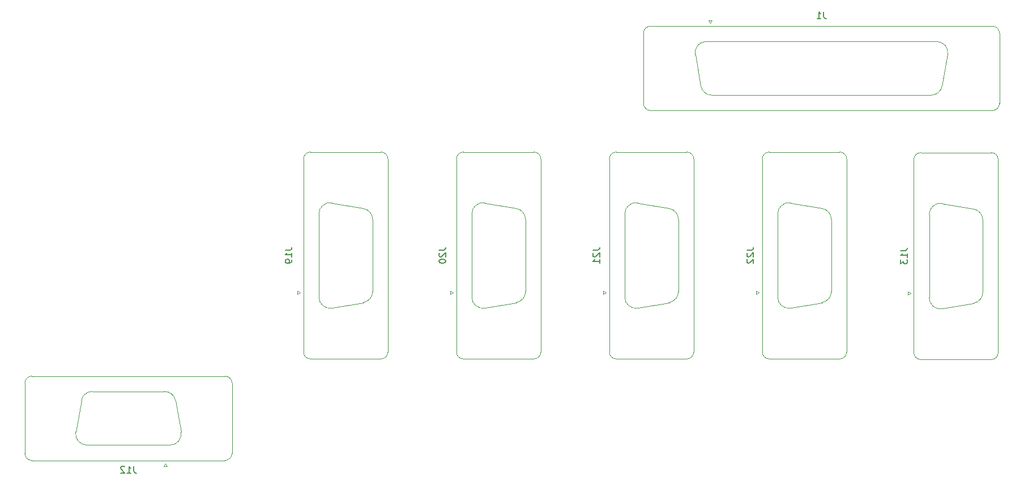
<source format=gbo>
G04 #@! TF.GenerationSoftware,KiCad,Pcbnew,(6.0.1-0)*
G04 #@! TF.CreationDate,2022-02-10T20:32:20-06:00*
G04 #@! TF.ProjectId,Input Board,496e7075-7420-4426-9f61-72642e6b6963,B*
G04 #@! TF.SameCoordinates,Original*
G04 #@! TF.FileFunction,Legend,Bot*
G04 #@! TF.FilePolarity,Positive*
%FSLAX46Y46*%
G04 Gerber Fmt 4.6, Leading zero omitted, Abs format (unit mm)*
G04 Created by KiCad (PCBNEW (6.0.1-0)) date 2022-02-10 20:32:20*
%MOMM*%
%LPD*%
G01*
G04 APERTURE LIST*
G04 Aperture macros list*
%AMRoundRect*
0 Rectangle with rounded corners*
0 $1 Rounding radius*
0 $2 $3 $4 $5 $6 $7 $8 $9 X,Y pos of 4 corners*
0 Add a 4 corners polygon primitive as box body*
4,1,4,$2,$3,$4,$5,$6,$7,$8,$9,$2,$3,0*
0 Add four circle primitives for the rounded corners*
1,1,$1+$1,$2,$3*
1,1,$1+$1,$4,$5*
1,1,$1+$1,$6,$7*
1,1,$1+$1,$8,$9*
0 Add four rect primitives between the rounded corners*
20,1,$1+$1,$2,$3,$4,$5,0*
20,1,$1+$1,$4,$5,$6,$7,0*
20,1,$1+$1,$6,$7,$8,$9,0*
20,1,$1+$1,$8,$9,$2,$3,0*%
G04 Aperture macros list end*
%ADD10C,0.150000*%
%ADD11C,0.120000*%
%ADD12R,2.600000X2.600000*%
%ADD13C,2.600000*%
%ADD14R,1.700000X1.700000*%
%ADD15O,1.700000X1.700000*%
%ADD16R,3.500000X3.500000*%
%ADD17RoundRect,0.750000X-0.750000X-1.000000X0.750000X-1.000000X0.750000X1.000000X-0.750000X1.000000X0*%
%ADD18RoundRect,0.875000X-0.875000X-0.875000X0.875000X-0.875000X0.875000X0.875000X-0.875000X0.875000X0*%
%ADD19C,1.200000*%
%ADD20O,2.500000X1.800000*%
%ADD21O,1.800000X2.500000*%
%ADD22C,4.000000*%
%ADD23R,1.600000X1.600000*%
%ADD24C,1.600000*%
%ADD25R,1.980000X1.980000*%
%ADD26C,1.980000*%
%ADD27C,1.935000*%
%ADD28C,2.400000*%
%ADD29O,2.400000X2.400000*%
%ADD30C,3.200000*%
%ADD31C,2.489200*%
%ADD32R,1.500000X1.500000*%
%ADD33C,1.500000*%
G04 APERTURE END LIST*
D10*
X176952380Y-87110476D02*
X177666666Y-87110476D01*
X177809523Y-87062857D01*
X177904761Y-86967619D01*
X177952380Y-86824761D01*
X177952380Y-86729523D01*
X177047619Y-87539047D02*
X177000000Y-87586666D01*
X176952380Y-87681904D01*
X176952380Y-87920000D01*
X177000000Y-88015238D01*
X177047619Y-88062857D01*
X177142857Y-88110476D01*
X177238095Y-88110476D01*
X177380952Y-88062857D01*
X177952380Y-87491428D01*
X177952380Y-88110476D01*
X177047619Y-88491428D02*
X177000000Y-88539047D01*
X176952380Y-88634285D01*
X176952380Y-88872380D01*
X177000000Y-88967619D01*
X177047619Y-89015238D01*
X177142857Y-89062857D01*
X177238095Y-89062857D01*
X177380952Y-89015238D01*
X177952380Y-88443809D01*
X177952380Y-89062857D01*
X188453333Y-51452380D02*
X188453333Y-52166666D01*
X188500952Y-52309523D01*
X188596190Y-52404761D01*
X188739047Y-52452380D01*
X188834285Y-52452380D01*
X187453333Y-52452380D02*
X188024761Y-52452380D01*
X187739047Y-52452380D02*
X187739047Y-51452380D01*
X187834285Y-51595238D01*
X187929523Y-51690476D01*
X188024761Y-51738095D01*
X199952380Y-87190476D02*
X200666666Y-87190476D01*
X200809523Y-87142857D01*
X200904761Y-87047619D01*
X200952380Y-86904761D01*
X200952380Y-86809523D01*
X200952380Y-88190476D02*
X200952380Y-87619047D01*
X200952380Y-87904761D02*
X199952380Y-87904761D01*
X200095238Y-87809523D01*
X200190476Y-87714285D01*
X200238095Y-87619047D01*
X199952380Y-88523809D02*
X199952380Y-89142857D01*
X200333333Y-88809523D01*
X200333333Y-88952380D01*
X200380952Y-89047619D01*
X200428571Y-89095238D01*
X200523809Y-89142857D01*
X200761904Y-89142857D01*
X200857142Y-89095238D01*
X200904761Y-89047619D01*
X200952380Y-88952380D01*
X200952380Y-88666666D01*
X200904761Y-88571428D01*
X200857142Y-88523809D01*
X85309523Y-119452380D02*
X85309523Y-120166666D01*
X85357142Y-120309523D01*
X85452380Y-120404761D01*
X85595238Y-120452380D01*
X85690476Y-120452380D01*
X84309523Y-120452380D02*
X84880952Y-120452380D01*
X84595238Y-120452380D02*
X84595238Y-119452380D01*
X84690476Y-119595238D01*
X84785714Y-119690476D01*
X84880952Y-119738095D01*
X83928571Y-119547619D02*
X83880952Y-119500000D01*
X83785714Y-119452380D01*
X83547619Y-119452380D01*
X83452380Y-119500000D01*
X83404761Y-119547619D01*
X83357142Y-119642857D01*
X83357142Y-119738095D01*
X83404761Y-119880952D01*
X83976190Y-120452380D01*
X83357142Y-120452380D01*
X153952380Y-87110476D02*
X154666666Y-87110476D01*
X154809523Y-87062857D01*
X154904761Y-86967619D01*
X154952380Y-86824761D01*
X154952380Y-86729523D01*
X154047619Y-87539047D02*
X154000000Y-87586666D01*
X153952380Y-87681904D01*
X153952380Y-87920000D01*
X154000000Y-88015238D01*
X154047619Y-88062857D01*
X154142857Y-88110476D01*
X154238095Y-88110476D01*
X154380952Y-88062857D01*
X154952380Y-87491428D01*
X154952380Y-88110476D01*
X154952380Y-89062857D02*
X154952380Y-88491428D01*
X154952380Y-88777142D02*
X153952380Y-88777142D01*
X154095238Y-88681904D01*
X154190476Y-88586666D01*
X154238095Y-88491428D01*
X130952380Y-87110476D02*
X131666666Y-87110476D01*
X131809523Y-87062857D01*
X131904761Y-86967619D01*
X131952380Y-86824761D01*
X131952380Y-86729523D01*
X131047619Y-87539047D02*
X131000000Y-87586666D01*
X130952380Y-87681904D01*
X130952380Y-87920000D01*
X131000000Y-88015238D01*
X131047619Y-88062857D01*
X131142857Y-88110476D01*
X131238095Y-88110476D01*
X131380952Y-88062857D01*
X131952380Y-87491428D01*
X131952380Y-88110476D01*
X130952380Y-88729523D02*
X130952380Y-88824761D01*
X131000000Y-88920000D01*
X131047619Y-88967619D01*
X131142857Y-89015238D01*
X131333333Y-89062857D01*
X131571428Y-89062857D01*
X131761904Y-89015238D01*
X131857142Y-88967619D01*
X131904761Y-88920000D01*
X131952380Y-88824761D01*
X131952380Y-88729523D01*
X131904761Y-88634285D01*
X131857142Y-88586666D01*
X131761904Y-88539047D01*
X131571428Y-88491428D01*
X131333333Y-88491428D01*
X131142857Y-88539047D01*
X131047619Y-88586666D01*
X131000000Y-88634285D01*
X130952380Y-88729523D01*
X107952380Y-87110476D02*
X108666666Y-87110476D01*
X108809523Y-87062857D01*
X108904761Y-86967619D01*
X108952380Y-86824761D01*
X108952380Y-86729523D01*
X108952380Y-88110476D02*
X108952380Y-87539047D01*
X108952380Y-87824761D02*
X107952380Y-87824761D01*
X108095238Y-87729523D01*
X108190476Y-87634285D01*
X108238095Y-87539047D01*
X108952380Y-88586666D02*
X108952380Y-88777142D01*
X108904761Y-88872380D01*
X108857142Y-88920000D01*
X108714285Y-89015238D01*
X108523809Y-89062857D01*
X108142857Y-89062857D01*
X108047619Y-89015238D01*
X108000000Y-88967619D01*
X107952380Y-88872380D01*
X107952380Y-88681904D01*
X108000000Y-88586666D01*
X108047619Y-88539047D01*
X108142857Y-88491428D01*
X108380952Y-88491428D01*
X108476190Y-88539047D01*
X108523809Y-88586666D01*
X108571428Y-88681904D01*
X108571428Y-88872380D01*
X108523809Y-88967619D01*
X108476190Y-89015238D01*
X108380952Y-89062857D01*
D11*
X190830000Y-72435000D02*
X180330000Y-72435000D01*
X183518256Y-95786470D02*
X188218256Y-94957733D01*
X191890000Y-102345000D02*
X191890000Y-73495000D01*
X181570000Y-81688311D02*
X181570000Y-94151689D01*
X180330000Y-103405000D02*
X190830000Y-103405000D01*
X178808675Y-93460000D02*
X178375662Y-93210000D01*
X179270000Y-73495000D02*
X179270000Y-102345000D01*
X178375662Y-93710000D02*
X178808675Y-93460000D01*
X178375662Y-93210000D02*
X178375662Y-93710000D01*
X189590000Y-82517048D02*
X189590000Y-93322952D01*
X183518256Y-80053530D02*
X188218256Y-80882267D01*
X179270000Y-102345000D02*
G75*
G03*
X180330000Y-103405000I1060001J1D01*
G01*
X181570000Y-94151689D02*
G75*
G03*
X183518256Y-95786470I1659999J-1D01*
G01*
X180330000Y-72435000D02*
G75*
G03*
X179270000Y-73495000I1J-1060001D01*
G01*
X191890000Y-73495000D02*
G75*
G03*
X190830000Y-72435000I-1060001J-1D01*
G01*
X190830000Y-103405000D02*
G75*
G03*
X191890000Y-102345000I-1J1060001D01*
G01*
X183518256Y-80053530D02*
G75*
G03*
X181570000Y-81688311I-288256J-1634781D01*
G01*
X189590000Y-82517048D02*
G75*
G03*
X188218256Y-80882267I-1659999J1D01*
G01*
X188218256Y-94957733D02*
G75*
G03*
X189590000Y-93322952I-288255J1634780D01*
G01*
X162570000Y-66230000D02*
X213670000Y-66230000D01*
X171250000Y-52715662D02*
X171500000Y-53148675D01*
X161510000Y-54670000D02*
X161510000Y-65170000D01*
X205351689Y-55910000D02*
X170888311Y-55910000D01*
X204522952Y-63930000D02*
X171717048Y-63930000D01*
X171750000Y-52715662D02*
X171250000Y-52715662D01*
X214730000Y-65170000D02*
X214730000Y-54670000D01*
X206986470Y-57858256D02*
X206157733Y-62558256D01*
X171500000Y-53148675D02*
X171750000Y-52715662D01*
X213670000Y-53610000D02*
X162570000Y-53610000D01*
X169253530Y-57858256D02*
X170082267Y-62558256D01*
X206986470Y-57858256D02*
G75*
G03*
X205351689Y-55910000I-1634781J288256D01*
G01*
X170082267Y-62558256D02*
G75*
G03*
X171717048Y-63930000I1634780J288255D01*
G01*
X161510000Y-65170000D02*
G75*
G03*
X162570000Y-66230000I1060001J1D01*
G01*
X162570000Y-53610000D02*
G75*
G03*
X161510000Y-54670000I1J-1060001D01*
G01*
X213670000Y-66230000D02*
G75*
G03*
X214730000Y-65170000I-1J1060001D01*
G01*
X214730000Y-54670000D02*
G75*
G03*
X213670000Y-53610000I-1060001J-1D01*
G01*
X204522952Y-63930000D02*
G75*
G03*
X206157733Y-62558256I1J1659999D01*
G01*
X170888311Y-55910000D02*
G75*
G03*
X169253530Y-57858256I-1J-1659999D01*
G01*
X213479669Y-72525000D02*
X202979669Y-72525000D01*
X201919669Y-73585000D02*
X201919669Y-102435000D01*
X202979669Y-103495000D02*
X213479669Y-103495000D01*
X212239669Y-82607048D02*
X212239669Y-93412952D01*
X201458344Y-93550000D02*
X201025331Y-93300000D01*
X201025331Y-93800000D02*
X201458344Y-93550000D01*
X206167925Y-80143530D02*
X210867925Y-80972267D01*
X206167925Y-95876470D02*
X210867925Y-95047733D01*
X214539669Y-102435000D02*
X214539669Y-73585000D01*
X204219669Y-81778311D02*
X204219669Y-94241689D01*
X201025331Y-93300000D02*
X201025331Y-93800000D01*
X210867925Y-95047733D02*
G75*
G03*
X212239669Y-93412952I-288255J1634780D01*
G01*
X202979669Y-72525000D02*
G75*
G03*
X201919669Y-73585000I1J-1060001D01*
G01*
X206167925Y-80143530D02*
G75*
G03*
X204219669Y-81778311I-288256J-1634781D01*
G01*
X214539669Y-73585000D02*
G75*
G03*
X213479669Y-72525000I-1060001J-1D01*
G01*
X212239669Y-82607048D02*
G75*
G03*
X210867925Y-80972267I-1659999J1D01*
G01*
X204219669Y-94241689D02*
G75*
G03*
X206167925Y-95876470I1659999J-1D01*
G01*
X213479669Y-103495000D02*
G75*
G03*
X214539669Y-102435000I-1J1060001D01*
G01*
X201919669Y-102435000D02*
G75*
G03*
X202979669Y-103495000I1060001J1D01*
G01*
X92376470Y-114332075D02*
X91547733Y-109632075D01*
X70085000Y-118580331D02*
X98935000Y-118580331D01*
X78278311Y-116280331D02*
X90741689Y-116280331D01*
X69025000Y-107020331D02*
X69025000Y-117520331D01*
X90050000Y-119041656D02*
X89800000Y-119474669D01*
X89800000Y-119474669D02*
X90300000Y-119474669D01*
X99995000Y-117520331D02*
X99995000Y-107020331D01*
X76643530Y-114332075D02*
X77472267Y-109632075D01*
X79107048Y-108260331D02*
X89912952Y-108260331D01*
X98935000Y-105960331D02*
X70085000Y-105960331D01*
X90300000Y-119474669D02*
X90050000Y-119041656D01*
X70085000Y-105960331D02*
G75*
G03*
X69025000Y-107020331I1J-1060001D01*
G01*
X69025000Y-117520331D02*
G75*
G03*
X70085000Y-118580331I1060001J1D01*
G01*
X76643530Y-114332075D02*
G75*
G03*
X78278311Y-116280331I1634781J-288256D01*
G01*
X90741689Y-116280331D02*
G75*
G03*
X92376470Y-114332075I1J1659999D01*
G01*
X79107048Y-108260331D02*
G75*
G03*
X77472267Y-109632075I-1J-1659999D01*
G01*
X99995000Y-107020331D02*
G75*
G03*
X98935000Y-105960331I-1060001J-1D01*
G01*
X91547733Y-109632075D02*
G75*
G03*
X89912952Y-108260331I-1634780J-288255D01*
G01*
X98935000Y-118580331D02*
G75*
G03*
X99995000Y-117520331I-1J1060001D01*
G01*
X155948675Y-93460000D02*
X155515662Y-93210000D01*
X166730000Y-82517048D02*
X166730000Y-93322952D01*
X167970000Y-72435000D02*
X157470000Y-72435000D01*
X160658256Y-95786470D02*
X165358256Y-94957733D01*
X155515662Y-93710000D02*
X155948675Y-93460000D01*
X160658256Y-80053530D02*
X165358256Y-80882267D01*
X157470000Y-103405000D02*
X167970000Y-103405000D01*
X158710000Y-81688311D02*
X158710000Y-94151689D01*
X155515662Y-93210000D02*
X155515662Y-93710000D01*
X169030000Y-102345000D02*
X169030000Y-73495000D01*
X156410000Y-73495000D02*
X156410000Y-102345000D01*
X167970000Y-103405000D02*
G75*
G03*
X169030000Y-102345000I-1J1060001D01*
G01*
X158710000Y-94151689D02*
G75*
G03*
X160658256Y-95786470I1659999J-1D01*
G01*
X169030000Y-73495000D02*
G75*
G03*
X167970000Y-72435000I-1060001J-1D01*
G01*
X166730000Y-82517048D02*
G75*
G03*
X165358256Y-80882267I-1659999J1D01*
G01*
X157470000Y-72435000D02*
G75*
G03*
X156410000Y-73495000I1J-1060001D01*
G01*
X165358256Y-94957733D02*
G75*
G03*
X166730000Y-93322952I-288255J1634780D01*
G01*
X160658256Y-80053530D02*
G75*
G03*
X158710000Y-81688311I-288256J-1634781D01*
G01*
X156410000Y-102345000D02*
G75*
G03*
X157470000Y-103405000I1060001J1D01*
G01*
X137798256Y-80053530D02*
X142498256Y-80882267D01*
X132655662Y-93210000D02*
X132655662Y-93710000D01*
X134610000Y-103405000D02*
X145110000Y-103405000D01*
X132655662Y-93710000D02*
X133088675Y-93460000D01*
X133088675Y-93460000D02*
X132655662Y-93210000D01*
X137798256Y-95786470D02*
X142498256Y-94957733D01*
X145110000Y-72435000D02*
X134610000Y-72435000D01*
X146170000Y-102345000D02*
X146170000Y-73495000D01*
X133550000Y-73495000D02*
X133550000Y-102345000D01*
X143870000Y-82517048D02*
X143870000Y-93322952D01*
X135850000Y-81688311D02*
X135850000Y-94151689D01*
X135850000Y-94151689D02*
G75*
G03*
X137798256Y-95786470I1659999J-1D01*
G01*
X142498256Y-94957733D02*
G75*
G03*
X143870000Y-93322952I-288255J1634780D01*
G01*
X134610000Y-72435000D02*
G75*
G03*
X133550000Y-73495000I1J-1060001D01*
G01*
X137798256Y-80053530D02*
G75*
G03*
X135850000Y-81688311I-288256J-1634781D01*
G01*
X133550000Y-102345000D02*
G75*
G03*
X134610000Y-103405000I1060001J1D01*
G01*
X146170000Y-73495000D02*
G75*
G03*
X145110000Y-72435000I-1060001J-1D01*
G01*
X145110000Y-103405000D02*
G75*
G03*
X146170000Y-102345000I-1J1060001D01*
G01*
X143870000Y-82517048D02*
G75*
G03*
X142498256Y-80882267I-1659999J1D01*
G01*
X123310000Y-102345000D02*
X123310000Y-73495000D01*
X109795662Y-93710000D02*
X110228675Y-93460000D01*
X110228675Y-93460000D02*
X109795662Y-93210000D01*
X122250000Y-72435000D02*
X111750000Y-72435000D01*
X112990000Y-81688311D02*
X112990000Y-94151689D01*
X111750000Y-103405000D02*
X122250000Y-103405000D01*
X109795662Y-93210000D02*
X109795662Y-93710000D01*
X114938256Y-95786470D02*
X119638256Y-94957733D01*
X121010000Y-82517048D02*
X121010000Y-93322952D01*
X110690000Y-73495000D02*
X110690000Y-102345000D01*
X114938256Y-80053530D02*
X119638256Y-80882267D01*
X114938256Y-80053530D02*
G75*
G03*
X112990000Y-81688311I-288256J-1634781D01*
G01*
X112990000Y-94151689D02*
G75*
G03*
X114938256Y-95786470I1659999J-1D01*
G01*
X111750000Y-72435000D02*
G75*
G03*
X110690000Y-73495000I1J-1060001D01*
G01*
X123310000Y-73495000D02*
G75*
G03*
X122250000Y-72435000I-1060001J-1D01*
G01*
X121010000Y-82517048D02*
G75*
G03*
X119638256Y-80882267I-1659999J1D01*
G01*
X122250000Y-103405000D02*
G75*
G03*
X123310000Y-102345000I-1J1060001D01*
G01*
X119638256Y-94957733D02*
G75*
G03*
X121010000Y-93322952I-288255J1634780D01*
G01*
X110690000Y-102345000D02*
G75*
G03*
X111750000Y-103405000I1060001J1D01*
G01*
%LPC*%
D12*
X93000000Y-45500000D03*
D13*
X88000000Y-45500000D03*
X83000000Y-45500000D03*
X78000000Y-45500000D03*
D14*
X72500000Y-70275000D03*
D15*
X72500000Y-67735000D03*
D16*
X66000000Y-58042500D03*
D17*
X60000000Y-58042500D03*
D18*
X63000000Y-62742500D03*
D19*
X228500000Y-109000000D03*
X223500000Y-114000000D03*
X231000000Y-119000000D03*
X231000000Y-109000000D03*
X228500000Y-119000000D03*
D20*
X223500000Y-119000000D03*
D21*
X228500000Y-114000000D03*
D20*
X223500000Y-109000000D03*
D14*
X72500000Y-57275000D03*
D15*
X72500000Y-54735000D03*
D22*
X72010000Y-128389669D03*
X97010000Y-128389669D03*
D23*
X90050000Y-126969669D03*
D24*
X87280000Y-126969669D03*
X84510000Y-126969669D03*
X81740000Y-126969669D03*
X78970000Y-126969669D03*
X88665000Y-129809669D03*
X85895000Y-129809669D03*
X83125000Y-129809669D03*
X80355000Y-129809669D03*
D14*
X72500000Y-96275000D03*
D15*
X72500000Y-93735000D03*
D16*
X66000000Y-97042500D03*
D17*
X60000000Y-97042500D03*
D18*
X63000000Y-101742500D03*
D25*
X107900000Y-55000000D03*
D26*
X107900000Y-67000000D03*
D27*
X105900000Y-61000000D03*
D26*
X120100000Y-55000000D03*
X120100000Y-67000000D03*
D16*
X66000000Y-71042500D03*
D17*
X60000000Y-71042500D03*
D18*
X63000000Y-75742500D03*
D28*
X128280000Y-96000000D03*
D29*
X128280000Y-80760000D03*
D30*
X58000000Y-134000000D03*
D14*
X72500000Y-83275000D03*
D15*
X72500000Y-80735000D03*
D28*
X105420000Y-96000000D03*
D29*
X105420000Y-80760000D03*
D25*
X82000000Y-55000000D03*
D26*
X82000000Y-67000000D03*
D27*
X80000000Y-61000000D03*
D26*
X94200000Y-55000000D03*
X94200000Y-67000000D03*
D19*
X228500000Y-87000000D03*
X228500000Y-77000000D03*
X231000000Y-87000000D03*
X223500000Y-82000000D03*
X231000000Y-77000000D03*
D20*
X223500000Y-87000000D03*
D21*
X228500000Y-82000000D03*
D20*
X223500000Y-77000000D03*
D31*
X128705631Y-127500660D03*
X121405671Y-127500660D03*
X114105711Y-127500660D03*
X126404391Y-125001300D03*
X116406951Y-125001300D03*
X116406951Y-137200920D03*
X126404391Y-137200920D03*
X167768517Y-127500660D03*
X160468557Y-127500660D03*
X153168597Y-127500660D03*
X165467277Y-125001300D03*
X155469837Y-125001300D03*
X155469837Y-137200920D03*
X165467277Y-137200920D03*
D30*
X226000000Y-134000000D03*
X58000000Y-46000000D03*
D25*
X81900000Y-81000000D03*
D26*
X81900000Y-93000000D03*
D27*
X79900000Y-87000000D03*
D26*
X94100000Y-81000000D03*
X94100000Y-93000000D03*
D19*
X228500000Y-103000000D03*
X231000000Y-93000000D03*
X231000000Y-103000000D03*
X228500000Y-93000000D03*
X223500000Y-98000000D03*
D20*
X223500000Y-103000000D03*
D21*
X228500000Y-98000000D03*
D20*
X223500000Y-93000000D03*
D19*
X231000000Y-61000000D03*
X231000000Y-71000000D03*
X223500000Y-66000000D03*
X228500000Y-71000000D03*
X228500000Y-61000000D03*
D20*
X223500000Y-71000000D03*
D21*
X228500000Y-66000000D03*
D20*
X223500000Y-61000000D03*
D16*
X66000000Y-84042500D03*
D17*
X60000000Y-84042500D03*
D18*
X63000000Y-88742500D03*
D30*
X226000000Y-46000000D03*
X213160000Y-131850000D03*
X201730000Y-131850000D03*
D32*
X203000000Y-125500000D03*
D33*
X204270000Y-122960000D03*
X205540000Y-125500000D03*
X206810000Y-122960000D03*
X208080000Y-125500000D03*
X209350000Y-122960000D03*
X210620000Y-125500000D03*
X211890000Y-122960000D03*
D28*
X174000000Y-96000000D03*
D29*
X174000000Y-80760000D03*
D31*
X148237074Y-127500660D03*
X140937114Y-127500660D03*
X133637154Y-127500660D03*
X145935834Y-125001300D03*
X135938394Y-125001300D03*
X135938394Y-137200920D03*
X145935834Y-137200920D03*
D28*
X151140000Y-96000000D03*
D29*
X151140000Y-80760000D03*
D30*
X151000000Y-108000000D03*
D31*
X187299960Y-127500660D03*
X180000000Y-127500660D03*
X172700040Y-127500660D03*
X184998720Y-125001300D03*
X175001280Y-125001300D03*
X175001280Y-137200920D03*
X184998720Y-137200920D03*
D25*
X133900000Y-55000000D03*
D26*
X133900000Y-67000000D03*
D27*
X131900000Y-61000000D03*
D26*
X146100000Y-55000000D03*
X146100000Y-67000000D03*
D22*
X185580000Y-75420000D03*
X185580000Y-100420000D03*
D23*
X184160000Y-93460000D03*
D24*
X184160000Y-90690000D03*
X184160000Y-87920000D03*
X184160000Y-85150000D03*
X184160000Y-82380000D03*
X187000000Y-92075000D03*
X187000000Y-89305000D03*
X187000000Y-86535000D03*
X187000000Y-83765000D03*
D22*
X164570000Y-59920000D03*
X211670000Y-59920000D03*
D23*
X171500000Y-58500000D03*
D24*
X174270000Y-58500000D03*
X177040000Y-58500000D03*
X179810000Y-58500000D03*
X182580000Y-58500000D03*
X185350000Y-58500000D03*
X188120000Y-58500000D03*
X190890000Y-58500000D03*
X193660000Y-58500000D03*
X196430000Y-58500000D03*
X199200000Y-58500000D03*
X201970000Y-58500000D03*
X204740000Y-58500000D03*
X172885000Y-61340000D03*
X175655000Y-61340000D03*
X178425000Y-61340000D03*
X181195000Y-61340000D03*
X183965000Y-61340000D03*
X186735000Y-61340000D03*
X189505000Y-61340000D03*
X192275000Y-61340000D03*
X195045000Y-61340000D03*
X197815000Y-61340000D03*
X200585000Y-61340000D03*
X203355000Y-61340000D03*
D22*
X208229669Y-100510000D03*
X208229669Y-75510000D03*
D23*
X206809669Y-93550000D03*
D24*
X206809669Y-90780000D03*
X206809669Y-88010000D03*
X206809669Y-85240000D03*
X206809669Y-82470000D03*
X209649669Y-92165000D03*
X209649669Y-89395000D03*
X209649669Y-86625000D03*
X209649669Y-83855000D03*
D22*
X72010000Y-112270331D03*
X97010000Y-112270331D03*
D23*
X90050000Y-113690331D03*
D24*
X87280000Y-113690331D03*
X84510000Y-113690331D03*
X81740000Y-113690331D03*
X78970000Y-113690331D03*
X88665000Y-110850331D03*
X85895000Y-110850331D03*
X83125000Y-110850331D03*
X80355000Y-110850331D03*
D22*
X162720000Y-75420000D03*
X162720000Y-100420000D03*
D23*
X161300000Y-93460000D03*
D24*
X161300000Y-90690000D03*
X161300000Y-87920000D03*
X161300000Y-85150000D03*
X161300000Y-82380000D03*
X164140000Y-92075000D03*
X164140000Y-89305000D03*
X164140000Y-86535000D03*
X164140000Y-83765000D03*
D22*
X139860000Y-100420000D03*
X139860000Y-75420000D03*
D23*
X138440000Y-93460000D03*
D24*
X138440000Y-90690000D03*
X138440000Y-87920000D03*
X138440000Y-85150000D03*
X138440000Y-82380000D03*
X141280000Y-92075000D03*
X141280000Y-89305000D03*
X141280000Y-86535000D03*
X141280000Y-83765000D03*
D22*
X117000000Y-100420000D03*
X117000000Y-75420000D03*
D23*
X115580000Y-93460000D03*
D24*
X115580000Y-90690000D03*
X115580000Y-87920000D03*
X115580000Y-85150000D03*
X115580000Y-82380000D03*
X118420000Y-92075000D03*
X118420000Y-89305000D03*
X118420000Y-86535000D03*
X118420000Y-83765000D03*
M02*

</source>
